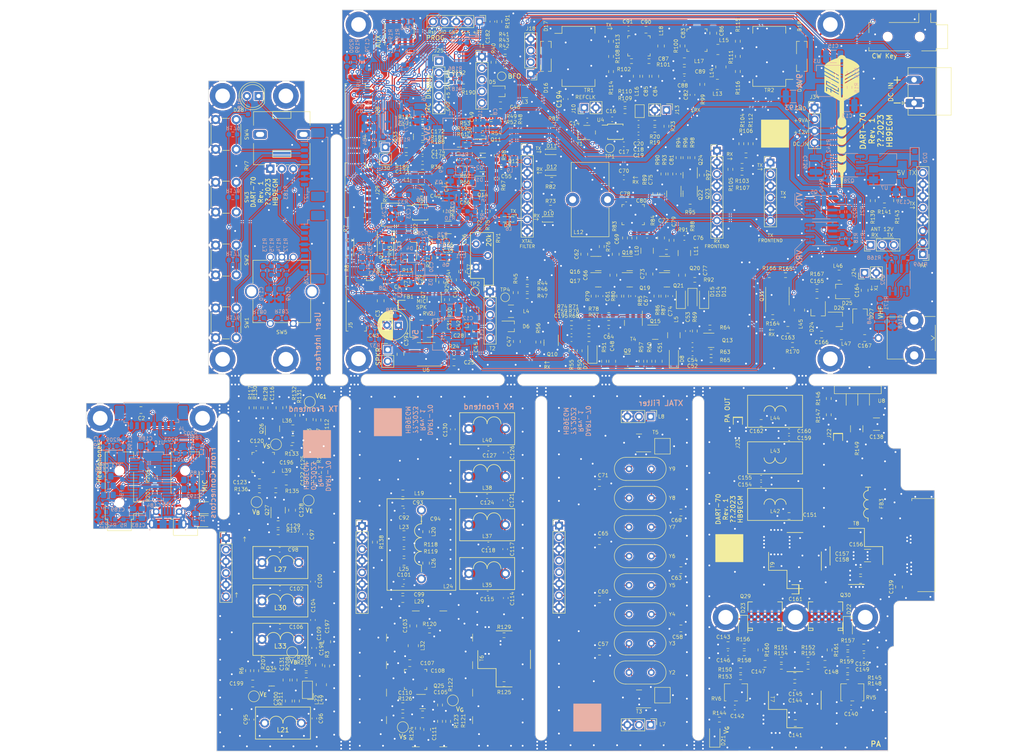
<source format=kicad_pcb>
(kicad_pcb (version 20221018) (generator pcbnew)

  (general
    (thickness 1.6)
  )

  (paper "A4")
  (title_block
    (title "DART-70 TRX")
    (date "2023-09-19")
    (rev "1")
    (company "HB9EGM")
  )

  (layers
    (0 "F.Cu" signal)
    (31 "B.Cu" signal)
    (32 "B.Adhes" user "B.Adhesive")
    (33 "F.Adhes" user "F.Adhesive")
    (34 "B.Paste" user)
    (35 "F.Paste" user)
    (36 "B.SilkS" user "B.Silkscreen")
    (37 "F.SilkS" user "F.Silkscreen")
    (38 "B.Mask" user)
    (39 "F.Mask" user)
    (40 "Dwgs.User" user "User.Drawings")
    (41 "Cmts.User" user "User.Comments")
    (42 "Eco1.User" user "User.Eco1")
    (43 "Eco2.User" user "User.Eco2")
    (44 "Edge.Cuts" user)
    (45 "Margin" user "Edge.Cuts.Setback")
    (46 "B.CrtYd" user "B.Courtyard")
    (47 "F.CrtYd" user "F.Courtyard")
    (48 "B.Fab" user)
    (49 "F.Fab" user)
    (50 "User.1" user "Milling")
    (51 "User.2" user)
    (52 "User.3" user)
    (53 "User.4" user)
    (54 "User.5" user)
    (55 "User.6" user)
    (56 "User.7" user)
    (57 "User.8" user)
    (58 "User.9" user)
  )

  (setup
    (stackup
      (layer "F.SilkS" (type "Top Silk Screen"))
      (layer "F.Paste" (type "Top Solder Paste"))
      (layer "F.Mask" (type "Top Solder Mask") (thickness 0.01))
      (layer "F.Cu" (type "copper") (thickness 0.035))
      (layer "dielectric 1" (type "core") (thickness 1.51) (material "FR4") (epsilon_r 4.5) (loss_tangent 0.02))
      (layer "B.Cu" (type "copper") (thickness 0.035))
      (layer "B.Mask" (type "Bottom Solder Mask") (thickness 0.01))
      (layer "B.Paste" (type "Bottom Solder Paste"))
      (layer "B.SilkS" (type "Bottom Silk Screen"))
      (copper_finish "None")
      (dielectric_constraints no)
    )
    (pad_to_mask_clearance 0)
    (pcbplotparams
      (layerselection 0x0029000_7ffffffe)
      (plot_on_all_layers_selection 0x0000000_00000000)
      (disableapertmacros false)
      (usegerberextensions false)
      (usegerberattributes true)
      (usegerberadvancedattributes true)
      (creategerberjobfile true)
      (dashed_line_dash_ratio 12.000000)
      (dashed_line_gap_ratio 3.000000)
      (svgprecision 6)
      (plotframeref false)
      (viasonmask false)
      (mode 1)
      (useauxorigin false)
      (hpglpennumber 1)
      (hpglpenspeed 20)
      (hpglpendiameter 15.000000)
      (dxfpolygonmode true)
      (dxfimperialunits true)
      (dxfusepcbnewfont true)
      (psnegative false)
      (psa4output false)
      (plotreference true)
      (plotvalue true)
      (plotinvisibletext false)
      (sketchpadsonfab false)
      (subtractmaskfromsilk false)
      (outputformat 5)
      (mirror false)
      (drillshape 0)
      (scaleselection 1)
      (outputdirectory "out")
    )
  )

  (net 0 "")
  (net 1 "+12V")
  (net 2 "GND")
  (net 3 "Net-(C1-Pad1)")
  (net 4 "Net-(J4-Pin_7)")
  (net 5 "+9VA")
  (net 6 "/MIC")
  (net 7 "Net-(C6-Pad2)")
  (net 8 "+5VA")
  (net 9 "Net-(J4-Pin_5)")
  (net 10 "Net-(J5-Pin_3)")
  (net 11 "Net-(J5-Pin_2)")
  (net 12 "Net-(Q2-C)")
  (net 13 "Net-(D1-K)")
  (net 14 "Net-(D2-K)")
  (net 15 "/BFO")
  (net 16 "Net-(J10-In)")
  (net 17 "Net-(U4-XA)")
  (net 18 "Net-(U3-ADJ)")
  (net 19 "/Antenna Switch/TX")
  (net 20 "Net-(U4-CLK1)")
  (net 21 "Net-(C18-Pad2)")
  (net 22 "Net-(U4-CLK2)")
  (net 23 "Net-(U4-CLK0)")
  (net 24 "Net-(JP1-A)")
  (net 25 "Net-(Q6-B)")
  (net 26 "Net-(C22-Pad1)")
  (net 27 "Net-(U5-IN+)")
  (net 28 "Net-(U5-VCAIN)")
  (net 29 "Net-(U5-BUFOUT)")
  (net 30 "Net-(C21-Pad2)")
  (net 31 "Net-(C26-Pad1)")
  (net 32 "Net-(U6-VDD)")
  (net 33 "Net-(C26-Pad2)")
  (net 34 "Net-(C28-Pad1)")
  (net 35 "+VRX")
  (net 36 "Net-(U6-VIN)")
  (net 37 "Net-(Q6-C)")
  (net 38 "/Baseband/VAGC")
  (net 39 "Net-(D3-K)")
  (net 40 "Net-(Q7-C)")
  (net 41 "Net-(C29-Pad1)")
  (net 42 "Net-(D4-K)")
  (net 43 "Net-(C41-Pad2)")
  (net 44 "Net-(U5-AVG)")
  (net 45 "/Baseband/SPKR_OUT")
  (net 46 "Net-(Q7-B)")
  (net 47 "Net-(U6-BYPASS)")
  (net 48 "Net-(C40-Pad1)")
  (net 49 "Net-(U5-VOUT)")
  (net 50 "Net-(C46-Pad1)")
  (net 51 "Net-(C46-Pad2)")
  (net 52 "Net-(C47-Pad1)")
  (net 53 "Net-(C47-Pad2)")
  (net 54 "Net-(C48-Pad1)")
  (net 55 "Net-(J15-Pin_1)")
  (net 56 "Net-(T1-SC)")
  (net 57 "Net-(C49-Pad2)")
  (net 58 "Net-(C50-Pad1)")
  (net 59 "Net-(C42-Pad2)")
  (net 60 "Net-(T2-SC)")
  (net 61 "Net-(C53-Pad1)")
  (net 62 "Net-(D7-K)")
  (net 63 "Net-(Q11-B)")
  (net 64 "Net-(Q11-E)")
  (net 65 "Net-(D8-K)")
  (net 66 "Net-(Q13-E)")
  (net 67 "Net-(Q15-E)")
  (net 68 "Net-(C52-Pad2)")
  (net 69 "Net-(Q12-C)")
  (net 70 "Net-(C60-Pad2)")
  (net 71 "Net-(C56-Pad1)")
  (net 72 "Net-(C58-Pad2)")
  (net 73 "Net-(C63-Pad2)")
  (net 74 "Net-(Q14-E)")
  (net 75 "Net-(C59-Pad1)")
  (net 76 "Net-(C65-Pad2)")
  (net 77 "Net-(T3-PR2)")
  (net 78 "Net-(Q17-S)")
  (net 79 "Net-(Q16-B)")
  (net 80 "Net-(T4-PR2)")
  (net 81 "Net-(Q18-C)")
  (net 82 "Net-(Q17-G)")
  (net 83 "Net-(Q19-S)")
  (net 84 "Net-(Q18-B)")
  (net 85 "Net-(C72-Pad2)")
  (net 86 "Net-(D12-A)")
  (net 87 "Net-(Q22-E)")
  (net 88 "Net-(T5-PR2)")
  (net 89 "Net-(C68-Pad2)")
  (net 90 "Net-(C76-Pad2)")
  (net 91 "Net-(Q20-C)")
  (net 92 "Net-(Q19-G)")
  (net 93 "Net-(Q21-S)")
  (net 94 "Net-(C81-Pad1)")
  (net 95 "Net-(Q22-C)")
  (net 96 "Net-(Q21-G)")
  (net 97 "Net-(C82-Pad2)")
  (net 98 "Net-(Q20-B)")
  (net 99 "Net-(C77-Pad2)")
  (net 100 "Net-(Q24-E)")
  (net 101 "Net-(C87-Pad2)")
  (net 102 "Net-(C83-Pad1)")
  (net 103 "/70MHz VHF Frontend/VHF_RX")
  (net 104 "/70MHz VHF Frontend/TX_FROM_MIX")
  (net 105 "Net-(C84-Pad2)")
  (net 106 "Net-(C87-Pad1)")
  (net 107 "Net-(C88-Pad2)")
  (net 108 "Net-(C101-Pad2)")
  (net 109 "Net-(Q24-B)")
  (net 110 "Net-(C94-Pad1)")
  (net 111 "Net-(Q34-B)")
  (net 112 "/70MHz VHF Frontend/+VTX_FE")
  (net 113 "Net-(TR2-RX-)")
  (net 114 "Net-(C103-Pad2)")
  (net 115 "Net-(C104-Pad1)")
  (net 116 "Net-(C114-Pad2)")
  (net 117 "Net-(J18-Pin_3)")
  (net 118 "Net-(Q25-G1)")
  (net 119 "Net-(Q25-G2)")
  (net 120 "Net-(Q25-S)")
  (net 121 "Net-(C121-Pad1)")
  (net 122 "Net-(C125-Pad2)")
  (net 123 "Net-(C126-Pad1)")
  (net 124 "Net-(C128-Pad1)")
  (net 125 "Net-(T6-AA)")
  (net 126 "Net-(T6-SB)")
  (net 127 "/70MHz VHF Frontend/RX_TO_MIX")
  (net 128 "/70MHz VHF Frontend/VHF_TX")
  (net 129 "Net-(C113-Pad2)")
  (net 130 "VGG1")
  (net 131 "Net-(Q26-G1)")
  (net 132 "Net-(Q26-S)")
  (net 133 "Net-(C117-Pad2)")
  (net 134 "Net-(Q26-D)")
  (net 135 "Net-(Q27-B)")
  (net 136 "Net-(Q27-C)")
  (net 137 "VGG2")
  (net 138 "+3V3")
  (net 139 "/PA 70MHz/VG_5V")
  (net 140 "Net-(Q27-E)")
  (net 141 "Net-(D20-A)")
  (net 142 "Net-(C159-Pad2)")
  (net 143 "/Control on separate board/ENC_B")
  (net 144 "/Control on separate board/ENC_A")
  (net 145 "/Control on separate board/3.3V_UI")
  (net 146 "Net-(J21-Pin_1)")
  (net 147 "Net-(C171-Pad1)")
  (net 148 "Net-(C172-Pad1)")
  (net 149 "Net-(C147-Pad1)")
  (net 150 "Net-(C148-Pad1)")
  (net 151 "Net-(T7-AB)")
  (net 152 "Net-(J21-Pin_5)")
  (net 153 "Net-(C154-Pad2)")
  (net 154 "Net-(T7-SB)")
  (net 155 "Net-(T7-SA)")
  (net 156 "Net-(T9-SB)")
  (net 157 "Net-(Q30-D)")
  (net 158 "Net-(Q29-D)")
  (net 159 "Net-(J23-In)")
  (net 160 "Net-(D24-K)")
  (net 161 "Net-(D25-A)")
  (net 162 "Net-(D24-A)")
  (net 163 "Net-(D26-K)")
  (net 164 "Net-(J26-Pin_7)")
  (net 165 "Net-(J26-Pin_6)")
  (net 166 "Net-(Q33-B)")
  (net 167 "Net-(U9-VDDA)")
  (net 168 "Net-(U10-VINL)")
  (net 169 "Net-(U10-VINR)")
  (net 170 "Net-(U10-VOUTL)")
  (net 171 "Net-(U10-VOUTR)")
  (net 172 "Net-(U10-VCOM)")
  (net 173 "Net-(T1-SA)")
  (net 174 "Net-(T1-SB)")
  (net 175 "Net-(T2-SA)")
  (net 176 "Net-(T2-SB)")
  (net 177 "Net-(D7-A)")
  (net 178 "/Control on separate board/STATUSn")
  (net 179 "Net-(D8-A)")
  (net 180 "Net-(D10-K)")
  (net 181 "Net-(D9-A)")
  (net 182 "Net-(D10-A)")
  (net 183 "Net-(C166-Pad1)")
  (net 184 "Net-(D11-K)")
  (net 185 "Net-(C168-Pad2)")
  (net 186 "Net-(D11-A)")
  (net 187 "Net-(D13-A)")
  (net 188 "/CW_RING")
  (net 189 "/CW_TIP")
  (net 190 "Net-(D14-A)")
  (net 191 "Net-(D15-A)")
  (net 192 "Net-(C174-Pad1)")
  (net 193 "/Baseband/SPKR_DET")
  (net 194 "Net-(TR1-RD+)")
  (net 195 "Net-(TR1-RD-)")
  (net 196 "Net-(TR1-TD-)")
  (net 197 "Net-(TR1-TD+)")
  (net 198 "Net-(TR2-RD+)")
  (net 199 "/Baseband/GPIO_XTAL")
  (net 200 "/EN_VRX")
  (net 201 "/EN_VTX")
  (net 202 "Net-(TR2-RD-)")
  (net 203 "/Baseband/CW_KEYn")
  (net 204 "/Baseband/CW_TONE")
  (net 205 "/MIC_PTT")
  (net 206 "/Baseband/SPKR_VOL")
  (net 207 "/MUTE_MICn")
  (net 208 "/SDA")
  (net 209 "/SCL")
  (net 210 "/S_METER")
  (net 211 "/Baseband/VHF_IN")
  (net 212 "/Baseband/VHF_OUT")
  (net 213 "/CLK1")
  (net 214 "Net-(TR2-TD-)")
  (net 215 "+VTX")
  (net 216 "Net-(TR2-TD+)")
  (net 217 "unconnected-(J2-PadNC)")
  (net 218 "unconnected-(J2-PadR1)")
  (net 219 "Net-(D20-K)")
  (net 220 "/Control on separate board/DISP_LAT")
  (net 221 "/Control on separate board/I2C2_SDA")
  (net 222 "/Control on separate board/I2C2_SCL")
  (net 223 "/Control on separate board/PC14")
  (net 224 "/Control on separate board/PC13")
  (net 225 "unconnected-(J2-PadTN)")
  (net 226 "/Control on separate board/USART1_TX")
  (net 227 "/Control on separate board/USART1_RX")
  (net 228 "/Control on separate board/PB15")
  (net 229 "/Control on separate board/SWCLK")
  (net 230 "/Control on separate board/SWDIO")
  (net 231 "/Control on separate board/RESETn")
  (net 232 "/LO1")
  (net 233 "Net-(L14-Pad1)")
  (net 234 "Net-(D21-A)")
  (net 235 "Net-(D22-A)")
  (net 236 "Net-(L23-Pad2)")
  (net 237 "Net-(L25-Pad2)")
  (net 238 "Net-(D23-A)")
  (net 239 "unconnected-(D24-NC-Pad2)")
  (net 240 "unconnected-(J8-PadTN)")
  (net 241 "unconnected-(D25-NC-Pad2)")
  (net 242 "unconnected-(D26-NC-Pad2)")
  (net 243 "unconnected-(D27-NC-Pad2)")
  (net 244 "Net-(D28-K)")
  (net 245 "Net-(D28-A)")
  (net 246 "Net-(J6-Pin_2)")
  (net 247 "Net-(J22-Pin_2)")
  (net 248 "Net-(J4-Pin_6)")
  (net 249 "Net-(J4-Pin_3)")
  (net 250 "Net-(J4-Pin_2)")
  (net 251 "Net-(J5-Pin_4)")
  (net 252 "Net-(J15-Pin_2)")
  (net 253 "Net-(J17-Pin_2)")
  (net 254 "unconnected-(J17-Pin_4-Pad4)")
  (net 255 "unconnected-(J17-Pin_5-Pad5)")
  (net 256 "/70MHz VHF Frontend/+VRX_FE")
  (net 257 "Net-(J17-Pin_7)")
  (net 258 "Net-(J20-Pin_5)")
  (net 259 "Net-(J22-Pin_1)")
  (net 260 "Net-(J26-Pin_2)")
  (net 261 "Net-(J26-Pin_3)")
  (net 262 "Net-(J26-Pin_5)")
  (net 263 "Net-(L13-Pad1)")
  (net 264 "Net-(L18-Pad1)")
  (net 265 "Net-(L20-Pad2)")
  (net 266 "Net-(J27-Pin_2)")
  (net 267 "Net-(J27-Pin_3)")
  (net 268 "Net-(J27-Pin_4)")
  (net 269 "Net-(J27-Pin_5)")
  (net 270 "Net-(J33-VBUS)")
  (net 271 "Net-(J33-ID)")
  (net 272 "Net-(JP2-C)")
  (net 273 "Net-(Q1A-G)")
  (net 274 "/Control on separate board/BTN0")
  (net 275 "/Control on separate board/BTN1")
  (net 276 "/Control on separate board/BTN2")
  (net 277 "/Control on separate board/BTN3")
  (net 278 "Net-(Q1B-G)")
  (net 279 "/Control on separate board/ENC_BTN")
  (net 280 "/Control on separate board/XTAL1")
  (net 281 "/Control on separate board/XTAL2")
  (net 282 "/Control on separate board/PWM_CW")
  (net 283 "/Control on separate board/MUTE_SPKR")
  (net 284 "Net-(Q2-B)")
  (net 285 "/Control on separate board/BOOT0")
  (net 286 "/Control on separate board/BOOT1")
  (net 287 "Net-(Q3-B)")
  (net 288 "Net-(Q4B-G)")
  (net 289 "Net-(Q5B-G)")
  (net 290 "Net-(Q8-B)")
  (net 291 "Net-(Q9-B)")
  (net 292 "Net-(Q11-C)")
  (net 293 "Net-(Q12-E)")
  (net 294 "Net-(Q13-B)")
  (net 295 "Net-(Q13-C)")
  (net 296 "Net-(Q15-B)")
  (net 297 "/Antenna Switch/RX")
  (net 298 "Net-(Q16-E)")
  (net 299 "Net-(Q16-C)")
  (net 300 "Net-(Q18-E)")
  (net 301 "Net-(Q20-E)")
  (net 302 "Net-(Q22-B)")
  (net 303 "Net-(Q23-B)")
  (net 304 "/Antenna Switch/ANT")
  (net 305 "/Antenna Switch/V_{PIN}")
  (net 306 "Net-(Q25-D)")
  (net 307 "Net-(Q26-G2)")
  (net 308 "/TX_to_PA")
  (net 309 "/Baseband/AGC_to_METER")
  (net 310 "Net-(Q28B-G)")
  (net 311 "/PA 70MHz/V_{DD}")
  (net 312 "Net-(Q29-G)")
  (net 313 "Net-(Q30-G)")
  (net 314 "Net-(Q31B-D-Pad5)")
  (net 315 "Net-(Q31A-D-Pad7)")
  (net 316 "Net-(Q32B-G)")
  (net 317 "Net-(Q32B-D-Pad5)")
  (net 318 "Net-(R40-Pad2)")
  (net 319 "Net-(R44-Pad1)")
  (net 320 "Net-(U5-GATE)")
  (net 321 "Net-(C148-Pad2)")
  (net 322 "Net-(U5-COMP)")
  (net 323 "Net-(U6-HPSense)")
  (net 324 "Net-(C147-Pad2)")
  (net 325 "Net-(T1-AB)")
  (net 326 "Net-(T2-AB)")
  (net 327 "Net-(R110-Pad1)")
  (net 328 "Net-(TR2-C_RD)")
  (net 329 "Net-(R121-Pad2)")
  (net 330 "/VOX_PTTn")
  (net 331 "Net-(TR1-TX-)")
  (net 332 "/EN_PA")
  (net 333 "Net-(TR2-TX-)")
  (net 334 "Net-(U8-ADJ)")
  (net 335 "Net-(R148-Pad1)")
  (net 336 "Net-(R153-Pad1)")
  (net 337 "Net-(R172-Pad1)")
  (net 338 "Net-(U9-PA11)")
  (net 339 "Net-(U9-PA12)")
  (net 340 "Net-(R173-Pad2)")
  (net 341 "Net-(R183-Pad2)")
  (net 342 "/USB Audio/AF_OUT_L")
  (net 343 "/USB Audio/AF_IN")
  (net 344 "Net-(U10-D+)")
  (net 345 "Net-(U10-D-)")
  (net 346 "/USB Audio/VCC")
  (net 347 "/USB Audio/VDD")
  (net 348 "unconnected-(T3-PM-Pad2)")
  (net 349 "/USB Audio/AF_OUT_R")
  (net 350 "unconnected-(T4-PM-Pad2)")
  (net 351 "/USB Audio/XTI")
  (net 352 "/USB Audio/XTO")
  (net 353 "unconnected-(T5-PM-Pad2)")
  (net 354 "/USB Audio/USB_DM")
  (net 355 "/USB Audio/USB_DP")
  (net 356 "unconnected-(TR1-C_RX-Pad10)")
  (net 357 "unconnected-(TR1-C_TX-Pad15)")
  (net 358 "unconnected-(TR2-C_RX-Pad10)")
  (net 359 "unconnected-(TR2-C_TX-Pad15)")
  (net 360 "Net-(U4-XB)")
  (net 361 "unconnected-(U9-VBAT-Pad1)")
  (net 362 "/Control on separate board/USB_DM")
  (net 363 "/Control on separate board/USB_DP")
  (net 364 "unconnected-(U10-HID0-Pad5)")
  (net 365 "unconnected-(U10-HID1-Pad6)")
  (net 366 "Net-(C100-Pad2)")
  (net 367 "Net-(C100-Pad1)")
  (net 368 "unconnected-(U10-HID2-Pad7)")
  (net 369 "unconnected-(U10-DIN-Pad24)")
  (net 370 "unconnected-(U10-DOUT-Pad25)")
  (net 371 "Net-(R108-Pad2)")
  (net 372 "Net-(R180-Pad1)")
  (net 373 "/DC_IN")
  (net 374 "unconnected-(U10-SSPNDn-Pad28)")
  (net 375 "Net-(TR1-RX-)")
  (net 376 "Net-(C198-Pad2)")
  (net 377 "Net-(Q34-E)")
  (net 378 "Net-(Q34-C)")
  (net 379 "Net-(C200-Pad1)")
  (net 380 "Net-(C199-Pad2)")
  (net 381 "Net-(C200-Pad2)")

  (footprint "Capacitor_SMD:C_0603_1608Metric_Pad1.08x0.95mm_HandSolder" (layer "F.Cu") (at 97.536 47.498 180))

  (footprint "Resistor_SMD:R_0603_1608Metric_Pad0.98x0.95mm_HandSolder" (layer "F.Cu") (at 61.722 101.854 -90))

  (footprint "Crystal:Crystal_HC49-U_Vertical" (layer "F.Cu") (at 142.595 140.589))

  (footprint "Resistor_SMD:R_0603_1608Metric_Pad0.98x0.95mm_HandSolder" (layer "F.Cu") (at 190.343 159.156 180))

  (footprint "Resistor_SMD:R_0603_1608Metric_Pad0.98x0.95mm_HandSolder" (layer "F.Cu") (at 156.972 73.914))

  (footprint "Package_SO:MSOP-10_3x3mm_P0.5mm" (layer "F.Cu") (at 97.028 59.182))

  (footprint "mpb:four_4mm_pads_narrow" (layer "F.Cu") (at 178.913 165.76 90))

  (footprint "Potentiometer_SMD:Potentiometer_Bourns_3214W_Vertical" (layer "F.Cu") (at 90.424 59.69 -90))

  (footprint "Potentiometer_SMD:Potentiometer_Bourns_3214W_Vertical" (layer "F.Cu") (at 93.726 67.564 180))

  (footprint "Resistor_SMD:R_0603_1608Metric_Pad0.98x0.95mm_HandSolder" (layer "F.Cu") (at 74.93 115.9725 -90))

  (footprint "Capacitor_SMD:C_0603_1608Metric_Pad1.08x0.95mm_HandSolder" (layer "F.Cu") (at 111.76 142.367))

  (footprint "Resistor_SMD:R_0603_1608Metric_Pad0.98x0.95mm_HandSolder" (layer "F.Cu") (at 126.1345 40.132))

  (footprint "Capacitor_SMD:C_0603_1608Metric_Pad1.08x0.95mm_HandSolder" (layer "F.Cu") (at 109.728 39.116 90))

  (footprint "Resistor_SMD:R_0603_1608Metric_Pad0.98x0.95mm_HandSolder" (layer "F.Cu") (at 65.491 119.888 180))

  (footprint "Capacitor_SMD:C_0805_2012Metric_Pad1.18x1.45mm_HandSolder" (layer "F.Cu") (at 178.786 162.712 180))

  (footprint "Capacitor_SMD:C_0805_2012Metric_Pad1.18x1.45mm_HandSolder" (layer "F.Cu") (at 178.8075 160.426 180))

  (footprint "Diode_SMD:D_SOD-123F" (layer "F.Cu") (at 153.924 77.978 90))

  (footprint "Resistor_SMD:R_0603_1608Metric_Pad0.98x0.95mm_HandSolder" (layer "F.Cu") (at 115.57 27.173 180))

  (footprint "mpb:PLD-1.5W" (layer "F.Cu") (at 185.517 147.472 180))

  (footprint "Capacitor_SMD:C_0805_2012Metric_Pad1.18x1.45mm_HandSolder" (layer "F.Cu") (at 201.549 140.97 90))

  (footprint "Package_TO_SOT_SMD:SOT-23" (layer "F.Cu") (at 125.603 87.63 -90))

  (footprint "MountingHole:MountingHole_3.2mm_M3_DIN965_Pad" (layer "F.Cu") (at 53.87525 91.252 90))

  (footprint "Resistor_SMD:R_0603_1608Metric_Pad0.98x0.95mm_HandSolder" (layer "F.Cu") (at 113.7135 46.736 90))

  (footprint "TestPoint:TestPoint_Pad_3.0x3.0mm" (layer "F.Cu") (at 149.91 164.597))

  (footprint "Capacitor_SMD:C_0805_2012Metric_Pad1.18x1.45mm_HandSolder" (layer "F.Cu") (at 94.742 157.607 180))

  (footprint "Inductor_SMD:L_1008_2520Metric_Pad1.43x2.20mm_HandSolder" (layer "F.Cu") (at 162.013 23.622))

  (footprint "Connector_PinHeader_1.27mm:PinHeader_2x05_P1.27mm_Vertical_SMD" (layer "F.Cu") (at 92.456 19.558 90))

  (footprint "Capacitor_SMD:C_0805_2012Metric_Pad1.18x1.45mm_HandSolder" (layer "F.Cu") (at 177.546 125.476))

  (footprint "Capacitor_SMD:C_0603_1608Metric_Pad1.08x0.95mm_HandSolder" (layer "F.Cu") (at 107.8715 46.228 90))

  (footprint "Connector_Phoenix_MC_HighVoltage:PhoenixContact_MC_1,5_2-G-5.08_1x02_P5.08mm_Horizontal" (layer "F.Cu") (at 204.8395 35.306 90))

  (footprint "TestPoint:TestPoint_Pad_D2.0mm" (layer "F.Cu") (at 69.088 155.194))

  (footprint "Connector_PinHeader_2.54mm:PinHeader_1x03_P2.54mm_Vertical" (layer "F.Cu") (at 195.341 66.294 90))

  (footprint "Capacitor_SMD:C_0805_2012Metric_Pad1.18x1.45mm_HandSolder" (layer "F.Cu") (at 149.098 91.694 -90))

  (footprint "Capacitor_SMD:C_0603_1608Metric_Pad1.08x0.95mm_HandSolder" (layer "F.Cu") (at 156.464 33.528 90))

  (footprint "Resistor_SMD:R_0603_1608Metric_Pad0.98x0.95mm_HandSolder" (layer "F.Cu") (at 106.8555 43.434))

  (footprint "Inductor_SMD:L_0805_2012Metric_Pad1.15x1.40mm_HandSolder" (layer "F.Cu") (at 93.472 129.413 180))

  (footprint "TestPoint:TestPoint_Pad_D2.0mm" (layer "F.Cu") (at 72.644 122.0685 -90))

  (footprint "Resistor_SMD:R_0603_1608Metric_Pad0.98x0.95mm_HandSolder" (layer "F.Cu") (at 190.373 154.178))

  (footprint "Package_TO_SOT_SMD:SOT-323_SC-70_Handsoldering" (layer "F.Cu") (at 124.46 22.5845 90))

  (footprint "Resistor_SMD:R_0603_1608Metric_Pad0.98x0.95mm_HandSolder" (layer "F.Cu") (at 72.136 158.75))

  (footprint "Resistor_SMD:R_0603_1608Metric_Pad0.98x0.95mm_HandSolder" (layer "F.Cu") (at 186.22 99.822 90))

  (footprint "Resistor_SMD:R_0603_1608Metric_Pad0.98x0.95mm_HandSolder" (layer "F.Cu") (at 141.732 64.77 -90))

  (footprint "Capacitor_SMD:C_0603_1608Metric_Pad1.08x0.95mm_HandSolder" (layer "F.Cu") (at 143.51 77.47 90))

  (footprint "Potentiometer_SMD:Potentiometer_Bourns_3214W_Vertical" (layer "F.Cu") (at 165.959 163.982 180))

  (footprint "Capacitor_SMD:C_0805_2012Metric_Pad1.18x1.45mm_HandSolder" (layer "F.Cu") (at 76.622 102.3835 -90))

  (footprint "Capacitor_SMD:C_0805_2012Metric_Pad1.18x1.45mm_HandSolder" (layer "F.Cu") (at 153.935 124.714 180))

  (footprint "Capacitor_SMD:C_0805_2012Metric_Pad1.18x1.45mm_HandSolder" (layer "F.Cu") (at 146.304 29.464 -90))

  (footprint "Crystal:Crystal_HC49-U_Vertical" (layer "F.Cu") (at 147.495 115.189 180))

  (footprint "Jumper:SolderJumper-2_P1.3mm_Open_TrianglePad1.0x1.5mm" (layer "F.Cu")
    (tstamp 18a0735d-a066-4715-a011-81a3a0851676)
    (at 144.9335 37.084 90)
    (descr "SMD Solder Jumper, 1x1.5mm Triangular Pads, 0.3mm gap, open")
    (tags "solder jumper open")
    (property "Need_order" "0")
    (property "Sheetfile" "kicad-dart-70.kicad_sch")
    (property "Sheetname" "")
    (property "ki_description" "Jumper, 2-pole, closed/bridged")
    (property "ki_keywords" "Jumper SPST")
    (path "/bbda672e-b392-4f03-8136-67be8e11fa1b")
    (attr exclude_from_pos_files)
    (fp_text reference "JP1" (at 0 -1.8 90 unlocked) (layer "F.SilkS") hide
        (effects (font (size 0.8 0.8) (thickness 0.1)))
      (tstamp f11ed4ec-15f8-49b6-802c-d83cef105814)
    )
    (fp_text value "LO" (at 0 1.9 90) (layer "F.Fab")
        (effects (font (size 1 1) (thickness 0.15)))
      (tstamp 6049c9df-618b-45b4-a407-ee9420bd0fbe)
    )
    (fp_line (start -1.4 -1) (end 1.4 -1)
      (stroke (width 0.12) (type solid)) (layer "F.SilkS") (tstamp 8ba5ffc8-5ae5-4dcd-9584-fd6b77f708a2))
    (fp
... [6821958 chars truncated]
</source>
